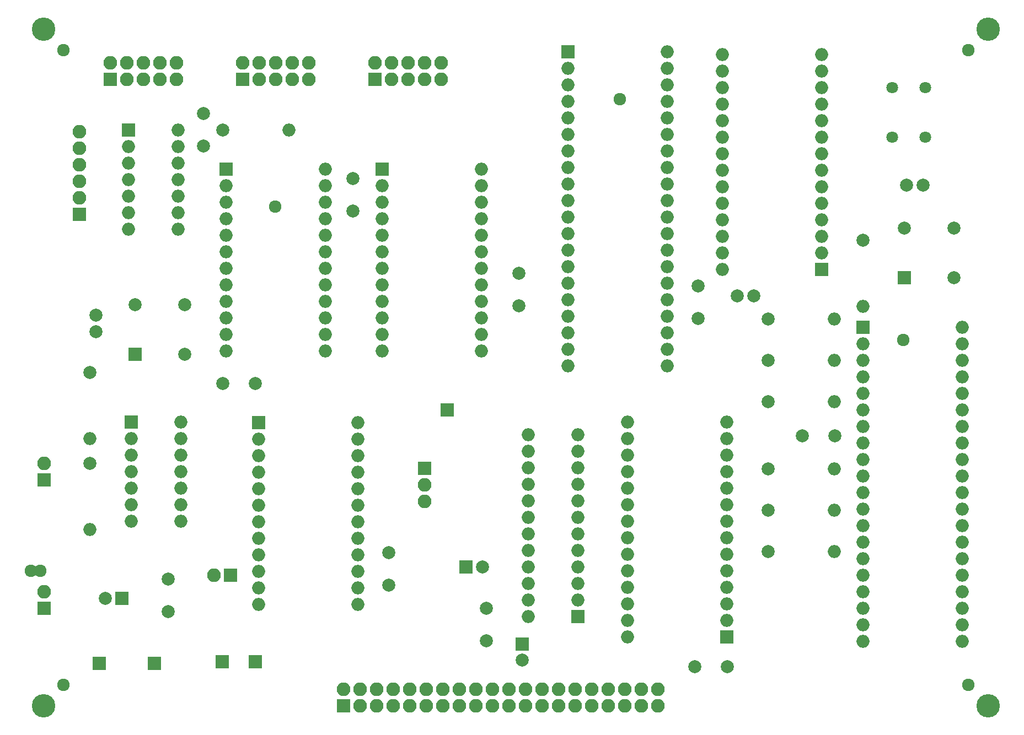
<source format=gts>
G04 #@! TF.FileFunction,Soldermask,Top*
%FSLAX46Y46*%
G04 Gerber Fmt 4.6, Leading zero omitted, Abs format (unit mm)*
G04 Created by KiCad (PCBNEW 4.0.7) date 10/14/18 11:21:50*
%MOMM*%
%LPD*%
G01*
G04 APERTURE LIST*
%ADD10C,0.100000*%
%ADD11C,1.924000*%
%ADD12C,3.600000*%
%ADD13C,2.000000*%
%ADD14R,2.000000X2.000000*%
%ADD15R,2.100000X2.100000*%
%ADD16O,2.100000X2.100000*%
%ADD17O,2.000000X2.000000*%
%ADD18C,1.797000*%
G04 APERTURE END LIST*
D10*
D11*
X143500000Y-45770000D03*
X197000000Y-38270000D03*
X197000000Y-135770000D03*
X58000000Y-38270000D03*
X90500000Y-62270000D03*
X54500000Y-118270000D03*
X58000000Y-135770000D03*
D12*
X55000000Y-35000000D03*
X200000000Y-35000000D03*
X200000000Y-139000000D03*
X55000000Y-139000000D03*
D13*
X176500000Y-97500000D03*
X171500000Y-97500000D03*
X87500000Y-89500000D03*
X82500000Y-89500000D03*
X155500000Y-74500000D03*
X155500000Y-79500000D03*
X123000000Y-129000000D03*
X123000000Y-124000000D03*
X102500000Y-63000000D03*
X102500000Y-58000000D03*
X108000000Y-120500000D03*
X108000000Y-115500000D03*
X128000000Y-77500000D03*
X128000000Y-72500000D03*
X155000000Y-133000000D03*
X160000000Y-133000000D03*
X79500000Y-48000000D03*
X79500000Y-53000000D03*
X74130000Y-119535000D03*
X74130000Y-124535000D03*
X164000000Y-76000000D03*
X161500000Y-76000000D03*
D14*
X67000000Y-122500000D03*
D13*
X64500000Y-122500000D03*
D14*
X119850000Y-117630000D03*
D13*
X122350000Y-117630000D03*
D14*
X128500000Y-129500000D03*
D13*
X128500000Y-132000000D03*
D15*
X65240000Y-42700000D03*
D16*
X65240000Y-40160000D03*
X67780000Y-42700000D03*
X67780000Y-40160000D03*
X70320000Y-42700000D03*
X70320000Y-40160000D03*
X72860000Y-42700000D03*
X72860000Y-40160000D03*
X75400000Y-42700000D03*
X75400000Y-40160000D03*
D15*
X85560000Y-42700000D03*
D16*
X85560000Y-40160000D03*
X88100000Y-42700000D03*
X88100000Y-40160000D03*
X90640000Y-42700000D03*
X90640000Y-40160000D03*
X93180000Y-42700000D03*
X93180000Y-40160000D03*
X95720000Y-42700000D03*
X95720000Y-40160000D03*
D15*
X105880000Y-42700000D03*
D16*
X105880000Y-40160000D03*
X108420000Y-42700000D03*
X108420000Y-40160000D03*
X110960000Y-42700000D03*
X110960000Y-40160000D03*
X113500000Y-42700000D03*
X113500000Y-40160000D03*
X116040000Y-42700000D03*
X116040000Y-40160000D03*
D15*
X82385000Y-132235000D03*
X87465000Y-132235000D03*
X117000000Y-93500000D03*
X63500000Y-132500000D03*
X72000000Y-132500000D03*
X55080000Y-104295000D03*
D16*
X55080000Y-101755000D03*
D15*
X101000000Y-139000000D03*
D16*
X101000000Y-136460000D03*
X103540000Y-139000000D03*
X103540000Y-136460000D03*
X106080000Y-139000000D03*
X106080000Y-136460000D03*
X108620000Y-139000000D03*
X108620000Y-136460000D03*
X111160000Y-139000000D03*
X111160000Y-136460000D03*
X113700000Y-139000000D03*
X113700000Y-136460000D03*
X116240000Y-139000000D03*
X116240000Y-136460000D03*
X118780000Y-139000000D03*
X118780000Y-136460000D03*
X121320000Y-139000000D03*
X121320000Y-136460000D03*
X123860000Y-139000000D03*
X123860000Y-136460000D03*
X126400000Y-139000000D03*
X126400000Y-136460000D03*
X128940000Y-139000000D03*
X128940000Y-136460000D03*
X131480000Y-139000000D03*
X131480000Y-136460000D03*
X134020000Y-139000000D03*
X134020000Y-136460000D03*
X136560000Y-139000000D03*
X136560000Y-136460000D03*
X139100000Y-139000000D03*
X139100000Y-136460000D03*
X141640000Y-139000000D03*
X141640000Y-136460000D03*
X144180000Y-139000000D03*
X144180000Y-136460000D03*
X146720000Y-139000000D03*
X146720000Y-136460000D03*
X149260000Y-139000000D03*
X149260000Y-136460000D03*
D15*
X55080000Y-123980000D03*
D16*
X55080000Y-121440000D03*
D15*
X83655000Y-118900000D03*
D16*
X81115000Y-118900000D03*
D13*
X166205000Y-92230000D03*
D17*
X176365000Y-92230000D03*
D13*
X166205000Y-85880000D03*
D17*
X176365000Y-85880000D03*
D13*
X82500000Y-50500000D03*
D17*
X92660000Y-50500000D03*
D13*
X166205000Y-79530000D03*
D17*
X176365000Y-79530000D03*
D13*
X180810000Y-67465000D03*
D17*
X180810000Y-77625000D03*
D13*
X166205000Y-102580000D03*
D17*
X176365000Y-102580000D03*
D13*
X166205000Y-115280000D03*
D17*
X176365000Y-115280000D03*
D13*
X166205000Y-108930000D03*
D17*
X176365000Y-108930000D03*
D13*
X62065000Y-101755000D03*
D17*
X62065000Y-111915000D03*
D13*
X62065000Y-87785000D03*
D17*
X62065000Y-97945000D03*
D18*
X185255000Y-43970000D03*
X190335000Y-43970000D03*
X185255000Y-51590000D03*
X190335000Y-51590000D03*
D14*
X187160000Y-73180000D03*
D13*
X187160000Y-65560000D03*
X194780000Y-65560000D03*
X194780000Y-73180000D03*
D14*
X180810000Y-80800000D03*
D17*
X196050000Y-129060000D03*
X180810000Y-83340000D03*
X196050000Y-126520000D03*
X180810000Y-85880000D03*
X196050000Y-123980000D03*
X180810000Y-88420000D03*
X196050000Y-121440000D03*
X180810000Y-90960000D03*
X196050000Y-118900000D03*
X180810000Y-93500000D03*
X196050000Y-116360000D03*
X180810000Y-96040000D03*
X196050000Y-113820000D03*
X180810000Y-98580000D03*
X196050000Y-111280000D03*
X180810000Y-101120000D03*
X196050000Y-108740000D03*
X180810000Y-103660000D03*
X196050000Y-106200000D03*
X180810000Y-106200000D03*
X196050000Y-103660000D03*
X180810000Y-108740000D03*
X196050000Y-101120000D03*
X180810000Y-111280000D03*
X196050000Y-98580000D03*
X180810000Y-113820000D03*
X196050000Y-96040000D03*
X180810000Y-116360000D03*
X196050000Y-93500000D03*
X180810000Y-118900000D03*
X196050000Y-90960000D03*
X180810000Y-121440000D03*
X196050000Y-88420000D03*
X180810000Y-123980000D03*
X196050000Y-85880000D03*
X180810000Y-126520000D03*
X196050000Y-83340000D03*
X180810000Y-129060000D03*
X196050000Y-80800000D03*
D14*
X83000000Y-56500000D03*
D17*
X98240000Y-84440000D03*
X83000000Y-59040000D03*
X98240000Y-81900000D03*
X83000000Y-61580000D03*
X98240000Y-79360000D03*
X83000000Y-64120000D03*
X98240000Y-76820000D03*
X83000000Y-66660000D03*
X98240000Y-74280000D03*
X83000000Y-69200000D03*
X98240000Y-71740000D03*
X83000000Y-71740000D03*
X98240000Y-69200000D03*
X83000000Y-74280000D03*
X98240000Y-66660000D03*
X83000000Y-76820000D03*
X98240000Y-64120000D03*
X83000000Y-79360000D03*
X98240000Y-61580000D03*
X83000000Y-81900000D03*
X98240000Y-59040000D03*
X83000000Y-84440000D03*
X98240000Y-56500000D03*
D14*
X69000000Y-85000000D03*
D13*
X69000000Y-77380000D03*
X76620000Y-77380000D03*
X76620000Y-85000000D03*
D14*
X135500000Y-38500000D03*
D17*
X150740000Y-86760000D03*
X135500000Y-41040000D03*
X150740000Y-84220000D03*
X135500000Y-43580000D03*
X150740000Y-81680000D03*
X135500000Y-46120000D03*
X150740000Y-79140000D03*
X135500000Y-48660000D03*
X150740000Y-76600000D03*
X135500000Y-51200000D03*
X150740000Y-74060000D03*
X135500000Y-53740000D03*
X150740000Y-71520000D03*
X135500000Y-56280000D03*
X150740000Y-68980000D03*
X135500000Y-58820000D03*
X150740000Y-66440000D03*
X135500000Y-61360000D03*
X150740000Y-63900000D03*
X135500000Y-63900000D03*
X150740000Y-61360000D03*
X135500000Y-66440000D03*
X150740000Y-58820000D03*
X135500000Y-68980000D03*
X150740000Y-56280000D03*
X135500000Y-71520000D03*
X150740000Y-53740000D03*
X135500000Y-74060000D03*
X150740000Y-51200000D03*
X135500000Y-76600000D03*
X150740000Y-48660000D03*
X135500000Y-79140000D03*
X150740000Y-46120000D03*
X135500000Y-81680000D03*
X150740000Y-43580000D03*
X135500000Y-84220000D03*
X150740000Y-41040000D03*
X135500000Y-86760000D03*
X150740000Y-38500000D03*
D14*
X136995000Y-125250000D03*
D17*
X129375000Y-97310000D03*
X136995000Y-122710000D03*
X129375000Y-99850000D03*
X136995000Y-120170000D03*
X129375000Y-102390000D03*
X136995000Y-117630000D03*
X129375000Y-104930000D03*
X136995000Y-115090000D03*
X129375000Y-107470000D03*
X136995000Y-112550000D03*
X129375000Y-110010000D03*
X136995000Y-110010000D03*
X129375000Y-112550000D03*
X136995000Y-107470000D03*
X129375000Y-115090000D03*
X136995000Y-104930000D03*
X129375000Y-117630000D03*
X136995000Y-102390000D03*
X129375000Y-120170000D03*
X136995000Y-99850000D03*
X129375000Y-122710000D03*
X136995000Y-97310000D03*
X129375000Y-125250000D03*
D14*
X88000000Y-95500000D03*
D17*
X103240000Y-123440000D03*
X88000000Y-98040000D03*
X103240000Y-120900000D03*
X88000000Y-100580000D03*
X103240000Y-118360000D03*
X88000000Y-103120000D03*
X103240000Y-115820000D03*
X88000000Y-105660000D03*
X103240000Y-113280000D03*
X88000000Y-108200000D03*
X103240000Y-110740000D03*
X88000000Y-110740000D03*
X103240000Y-108200000D03*
X88000000Y-113280000D03*
X103240000Y-105660000D03*
X88000000Y-115820000D03*
X103240000Y-103120000D03*
X88000000Y-118360000D03*
X103240000Y-100580000D03*
X88000000Y-120900000D03*
X103240000Y-98040000D03*
X88000000Y-123440000D03*
X103240000Y-95500000D03*
D14*
X107000000Y-56500000D03*
D17*
X122240000Y-84440000D03*
X107000000Y-59040000D03*
X122240000Y-81900000D03*
X107000000Y-61580000D03*
X122240000Y-79360000D03*
X107000000Y-64120000D03*
X122240000Y-76820000D03*
X107000000Y-66660000D03*
X122240000Y-74280000D03*
X107000000Y-69200000D03*
X122240000Y-71740000D03*
X107000000Y-71740000D03*
X122240000Y-69200000D03*
X107000000Y-74280000D03*
X122240000Y-66660000D03*
X107000000Y-76820000D03*
X122240000Y-64120000D03*
X107000000Y-79360000D03*
X122240000Y-61580000D03*
X107000000Y-81900000D03*
X122240000Y-59040000D03*
X107000000Y-84440000D03*
X122240000Y-56500000D03*
D14*
X68000000Y-50500000D03*
D17*
X75620000Y-65740000D03*
X68000000Y-53040000D03*
X75620000Y-63200000D03*
X68000000Y-55580000D03*
X75620000Y-60660000D03*
X68000000Y-58120000D03*
X75620000Y-58120000D03*
X68000000Y-60660000D03*
X75620000Y-55580000D03*
X68000000Y-63200000D03*
X75620000Y-53040000D03*
X68000000Y-65740000D03*
X75620000Y-50500000D03*
D14*
X174460000Y-71910000D03*
D17*
X159220000Y-38890000D03*
X174460000Y-69370000D03*
X159220000Y-41430000D03*
X174460000Y-66830000D03*
X159220000Y-43970000D03*
X174460000Y-64290000D03*
X159220000Y-46510000D03*
X174460000Y-61750000D03*
X159220000Y-49050000D03*
X174460000Y-59210000D03*
X159220000Y-51590000D03*
X174460000Y-56670000D03*
X159220000Y-54130000D03*
X174460000Y-54130000D03*
X159220000Y-56670000D03*
X174460000Y-51590000D03*
X159220000Y-59210000D03*
X174460000Y-49050000D03*
X159220000Y-61750000D03*
X174460000Y-46510000D03*
X159220000Y-64290000D03*
X174460000Y-43970000D03*
X159220000Y-66830000D03*
X174460000Y-41430000D03*
X159220000Y-69370000D03*
X174460000Y-38890000D03*
X159220000Y-71910000D03*
D14*
X159855000Y-128425000D03*
D17*
X144615000Y-95405000D03*
X159855000Y-125885000D03*
X144615000Y-97945000D03*
X159855000Y-123345000D03*
X144615000Y-100485000D03*
X159855000Y-120805000D03*
X144615000Y-103025000D03*
X159855000Y-118265000D03*
X144615000Y-105565000D03*
X159855000Y-115725000D03*
X144615000Y-108105000D03*
X159855000Y-113185000D03*
X144615000Y-110645000D03*
X159855000Y-110645000D03*
X144615000Y-113185000D03*
X159855000Y-108105000D03*
X144615000Y-115725000D03*
X159855000Y-105565000D03*
X144615000Y-118265000D03*
X159855000Y-103025000D03*
X144615000Y-120805000D03*
X159855000Y-100485000D03*
X144615000Y-123345000D03*
X159855000Y-97945000D03*
X144615000Y-125885000D03*
X159855000Y-95405000D03*
X144615000Y-128425000D03*
D14*
X68415000Y-95405000D03*
D17*
X76035000Y-110645000D03*
X68415000Y-97945000D03*
X76035000Y-108105000D03*
X68415000Y-100485000D03*
X76035000Y-105565000D03*
X68415000Y-103025000D03*
X76035000Y-103025000D03*
X68415000Y-105565000D03*
X76035000Y-100485000D03*
X68415000Y-108105000D03*
X76035000Y-97945000D03*
X68415000Y-110645000D03*
X76035000Y-95405000D03*
D15*
X60500000Y-63500000D03*
D16*
X60500000Y-60960000D03*
X60500000Y-58420000D03*
X60500000Y-55880000D03*
X60500000Y-53340000D03*
X60500000Y-50800000D03*
D13*
X187500000Y-59000000D03*
X190000000Y-59000000D03*
X63000000Y-79000000D03*
X63000000Y-81500000D03*
D15*
X113500000Y-102500000D03*
D16*
X113500000Y-105040000D03*
X113500000Y-107580000D03*
D11*
X53000000Y-118270000D03*
X187000000Y-82770000D03*
M02*

</source>
